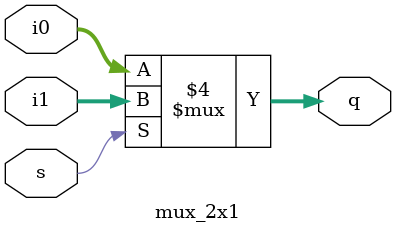
<source format=v>
module mux_2x1(
    input [15:0] i0,i1,
    output reg [15:0] q,
    input s
);

    always@(*) begin
        if(s == 1'b0) begin
            q = i0;
        end
        else begin
            q = i1;
        end
    end
endmodule
</source>
